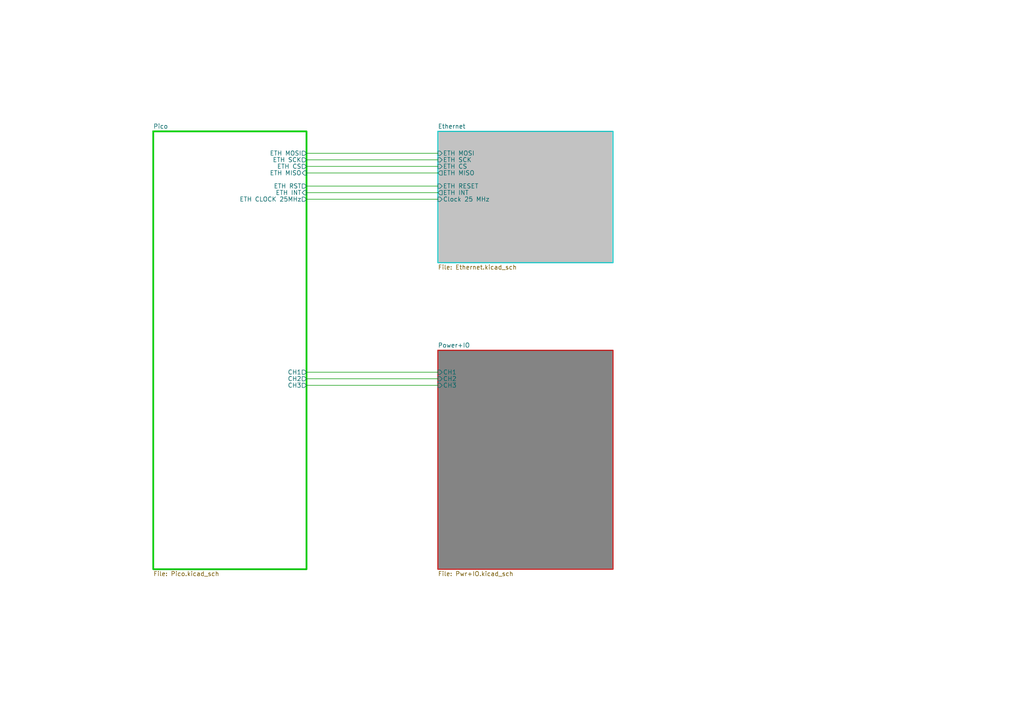
<source format=kicad_sch>
(kicad_sch (version 20230121) (generator eeschema)

  (uuid a2ea94cb-4178-4727-9ac9-0e597b4a505d)

  (paper "A4")

  (lib_symbols
  )


  (wire (pts (xy 88.9 48.26) (xy 127 48.26))
    (stroke (width 0) (type default))
    (uuid 00511542-007c-49de-aded-35aabcfb643d)
  )
  (wire (pts (xy 88.9 50.165) (xy 127 50.165))
    (stroke (width 0) (type default))
    (uuid 1a019bd4-0e69-44b4-ba48-cdd7652ff41f)
  )
  (wire (pts (xy 88.9 109.855) (xy 127 109.855))
    (stroke (width 0) (type default))
    (uuid 1ba99a72-937f-45cb-b992-f141d6f499f9)
  )
  (wire (pts (xy 88.9 57.785) (xy 127 57.785))
    (stroke (width 0) (type default))
    (uuid 33f26db2-e133-4c7f-85ac-ae4b5ce588ff)
  )
  (wire (pts (xy 88.9 53.975) (xy 127 53.975))
    (stroke (width 0) (type default))
    (uuid 669b828b-0149-4f03-aca4-97959b7e8571)
  )
  (wire (pts (xy 88.9 111.76) (xy 127 111.76))
    (stroke (width 0) (type default))
    (uuid 66b18b5f-be1a-4813-a719-5bcfd4f11d2c)
  )
  (wire (pts (xy 88.9 107.95) (xy 127 107.95))
    (stroke (width 0) (type default))
    (uuid 855604f0-e876-40a5-b485-b20ee38e48cd)
  )
  (wire (pts (xy 88.9 55.88) (xy 127 55.88))
    (stroke (width 0) (type default))
    (uuid 9fd24463-0e17-4e1f-a139-dff3c06cbfad)
  )
  (wire (pts (xy 88.9 44.45) (xy 127 44.45))
    (stroke (width 0) (type default))
    (uuid fbbd7cfe-d285-45fd-81fb-db7a349dc6d2)
  )
  (wire (pts (xy 88.9 46.355) (xy 127 46.355))
    (stroke (width 0) (type default))
    (uuid fd516934-b21c-4cf3-a333-001a55d6b872)
  )

  (sheet (at 127 38.1) (size 50.8 38.1) (fields_autoplaced)
    (stroke (width 0.3) (type solid) (color 0 194 194 1))
    (fill (color 194 194 194 1.0000))
    (uuid 5e10769e-2c76-442d-969e-a77f15adcbc3)
    (property "Sheetname" "Ethernet" (at 127 37.3884 0)
      (effects (font (size 1.27 1.27)) (justify left bottom))
    )
    (property "Sheetfile" "Ethernet.kicad_sch" (at 127 76.7846 0)
      (effects (font (size 1.27 1.27)) (justify left top))
    )
    (pin "ETH SCK" input (at 127 46.355 180)
      (effects (font (size 1.27 1.27)) (justify left))
      (uuid 4e875ca2-51e2-41fb-9ac1-d3e52ec64b42)
    )
    (pin "ETH CS" input (at 127 48.26 180)
      (effects (font (size 1.27 1.27)) (justify left))
      (uuid 49c4f3c7-8178-46f5-8012-2c6b8ce6d705)
    )
    (pin "ETH INT" output (at 127 55.88 180)
      (effects (font (size 1.27 1.27)) (justify left))
      (uuid c3e56622-f7f5-4784-aad8-da9b61486247)
    )
    (pin "ETH RESET" input (at 127 53.975 180)
      (effects (font (size 1.27 1.27)) (justify left))
      (uuid 17fab534-59d5-4405-b138-c3ff842972b4)
    )
    (pin "ETH MISO" output (at 127 50.165 180)
      (effects (font (size 1.27 1.27)) (justify left))
      (uuid e2b5baac-93c3-4268-9f1c-a101a99e5350)
    )
    (pin "ETH MOSI" input (at 127 44.45 180)
      (effects (font (size 1.27 1.27)) (justify left))
      (uuid 8ce87696-4f03-4c50-9812-0059c66d4830)
    )
    (pin "Clock 25 MHz" input (at 127 57.785 180)
      (effects (font (size 1.27 1.27)) (justify left))
      (uuid 5ca802b5-5a73-4a10-9138-a794437a5d2c)
    )
    (instances
      (project "Pico-MQTT-Controller"
        (path "/a2ea94cb-4178-4727-9ac9-0e597b4a505d" (page "3"))
      )
    )
  )

  (sheet (at 127 101.6) (size 50.8 63.5) (fields_autoplaced)
    (stroke (width 0.3) (type solid) (color 194 0 0 1))
    (fill (color 132 132 132 1.0000))
    (uuid 7516d84f-d298-4f48-8b5d-a736b2d19d1b)
    (property "Sheetname" "Power+IO" (at 127 100.8884 0)
      (effects (font (size 1.27 1.27)) (justify left bottom))
    )
    (property "Sheetfile" "Pwr+IO.kicad_sch" (at 127 165.6846 0)
      (effects (font (size 1.27 1.27)) (justify left top))
    )
    (pin "CH3" input (at 127 111.76 180)
      (effects (font (size 1.27 1.27)) (justify left))
      (uuid 5fe40b03-bd45-4ea8-9650-9da90ca397f8)
    )
    (pin "CH2" input (at 127 109.855 180)
      (effects (font (size 1.27 1.27)) (justify left))
      (uuid b34d82fc-0057-41bd-9fc6-fb49b9d22768)
    )
    (pin "CH1" input (at 127 107.95 180)
      (effects (font (size 1.27 1.27)) (justify left))
      (uuid 0b08225e-a08e-4090-84ab-10e7b40f96e5)
    )
    (instances
      (project "Pico-MQTT-Controller"
        (path "/a2ea94cb-4178-4727-9ac9-0e597b4a505d" (page "4"))
      )
    )
  )

  (sheet (at 44.45 38.1) (size 44.45 127) (fields_autoplaced)
    (stroke (width 0.5) (type solid) (color 0 194 0 1))
    (fill (color 255 255 255 1.0000))
    (uuid b4def931-2d28-466e-81ae-3813755f1fa9)
    (property "Sheetname" "Pico" (at 44.45 37.3884 0)
      (effects (font (size 1.27 1.27)) (justify left bottom))
    )
    (property "Sheetfile" "Pico.kicad_sch" (at 44.45 165.6846 0)
      (effects (font (size 1.27 1.27)) (justify left top))
    )
    (pin "CH1" output (at 88.9 107.95 0)
      (effects (font (size 1.27 1.27)) (justify right))
      (uuid 18f09723-559e-40e9-9cc5-91c7d3d35fb2)
    )
    (pin "CH2" output (at 88.9 109.855 0)
      (effects (font (size 1.27 1.27)) (justify right))
      (uuid 6236c421-91a5-48ec-9bb6-a61ee70bc742)
    )
    (pin "CH3" output (at 88.9 111.76 0)
      (effects (font (size 1.27 1.27)) (justify right))
      (uuid 0c37898d-28a1-4522-b8b0-9b479a797393)
    )
    (pin "ETH MOSI" output (at 88.9 44.45 0)
      (effects (font (size 1.27 1.27)) (justify right))
      (uuid 83265b47-2b4f-481a-99dc-ff7b6cdb3356)
    )
    (pin "ETH SCK" output (at 88.9 46.355 0)
      (effects (font (size 1.27 1.27)) (justify right))
      (uuid 2f7b28ef-5e4c-4835-a63b-de3da1d276cd)
    )
    (pin "ETH CS" output (at 88.9 48.26 0)
      (effects (font (size 1.27 1.27)) (justify right))
      (uuid 90d9d6a3-5dc1-4a91-9165-1f19be8a697f)
    )
    (pin "ETH MISO" input (at 88.9 50.165 0)
      (effects (font (size 1.27 1.27)) (justify right))
      (uuid a1a96306-3d43-429a-848e-710b3eebfe2a)
    )
    (pin "ETH RST" output (at 88.9 53.975 0)
      (effects (font (size 1.27 1.27)) (justify right))
      (uuid 9b65c3c7-43e6-4477-b13b-f4e57264c242)
    )
    (pin "ETH INT" input (at 88.9 55.88 0)
      (effects (font (size 1.27 1.27)) (justify right))
      (uuid ac521761-86a0-4d0a-88d4-0d7d77425b9d)
    )
    (pin "ETH CLOCK 25MHz" output (at 88.9 57.785 0)
      (effects (font (size 1.27 1.27)) (justify right))
      (uuid 79cdb78c-9232-4947-876c-88138261d8c1)
    )
    (instances
      (project "Pico-MQTT-Controller"
        (path "/a2ea94cb-4178-4727-9ac9-0e597b4a505d" (page "2"))
      )
    )
  )

  (sheet_instances
    (path "/" (page "1"))
  )
)

</source>
